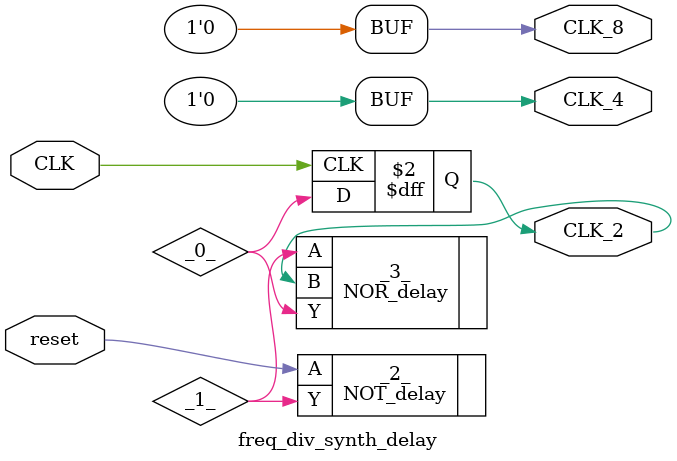
<source format=v>
/* Generated by Yosys 0.7+560 (git sha1 d9a2b430, gcc 7.3.1 -fPIC -Os) */

module freq_div_synth_delay(CLK, reset, CLK_2, CLK_4, CLK_8);
  wire _0_;
  wire _1_;
  input CLK;
  output CLK_2;
  reg CLK_2;
  output CLK_4;
  output CLK_8;
  input reset;
  NOT_delay _2_ (
    .A(reset),
    .Y(_1_)
  );
  NOR_delay _3_ (
    .A(_1_),
    .B(CLK_2),
    .Y(_0_)
  );
  always @(posedge CLK)
      CLK_2 <= #15  _0_;
  assign CLK_4 = 1'h0;
  assign CLK_8 = 1'h0;
endmodule

</source>
